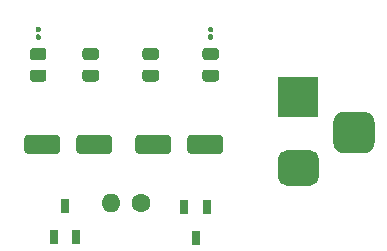
<source format=gbr>
%TF.GenerationSoftware,KiCad,Pcbnew,(5.1.10)-1*%
%TF.CreationDate,2021-09-02T17:40:54+03:00*%
%TF.ProjectId,Multivibrator,4d756c74-6976-4696-9272-61746f722e6b,rev?*%
%TF.SameCoordinates,Original*%
%TF.FileFunction,Soldermask,Top*%
%TF.FilePolarity,Negative*%
%FSLAX46Y46*%
G04 Gerber Fmt 4.6, Leading zero omitted, Abs format (unit mm)*
G04 Created by KiCad (PCBNEW (5.1.10)-1) date 2021-09-02 17:40:54*
%MOMM*%
%LPD*%
G01*
G04 APERTURE LIST*
%ADD10O,1.600000X1.600000*%
%ADD11C,1.600000*%
%ADD12R,0.650000X1.220000*%
%ADD13R,3.500000X3.500000*%
G04 APERTURE END LIST*
D10*
%TO.C,J3*%
X145224500Y-70104000D03*
D11*
X147764500Y-70104000D03*
%TD*%
%TO.C,C2*%
G36*
G01*
X150303000Y-64601000D02*
X150303000Y-65701000D01*
G75*
G02*
X150053000Y-65951000I-250000J0D01*
G01*
X147553000Y-65951000D01*
G75*
G02*
X147303000Y-65701000I0J250000D01*
G01*
X147303000Y-64601000D01*
G75*
G02*
X147553000Y-64351000I250000J0D01*
G01*
X150053000Y-64351000D01*
G75*
G02*
X150303000Y-64601000I0J-250000D01*
G01*
G37*
G36*
G01*
X154703000Y-64601000D02*
X154703000Y-65701000D01*
G75*
G02*
X154453000Y-65951000I-250000J0D01*
G01*
X151953000Y-65951000D01*
G75*
G02*
X151703000Y-65701000I0J250000D01*
G01*
X151703000Y-64601000D01*
G75*
G02*
X151953000Y-64351000I250000J0D01*
G01*
X154453000Y-64351000D01*
G75*
G02*
X154703000Y-64601000I0J-250000D01*
G01*
G37*
%TD*%
D12*
%TO.C,Q2*%
X152400000Y-73065000D03*
X151450000Y-70445000D03*
X153350000Y-70445000D03*
%TD*%
%TO.C,Q1*%
X141351000Y-70381500D03*
X142301000Y-73001500D03*
X140401000Y-73001500D03*
%TD*%
%TO.C,C1*%
G36*
G01*
X142305000Y-65701000D02*
X142305000Y-64601000D01*
G75*
G02*
X142555000Y-64351000I250000J0D01*
G01*
X145055000Y-64351000D01*
G75*
G02*
X145305000Y-64601000I0J-250000D01*
G01*
X145305000Y-65701000D01*
G75*
G02*
X145055000Y-65951000I-250000J0D01*
G01*
X142555000Y-65951000D01*
G75*
G02*
X142305000Y-65701000I0J250000D01*
G01*
G37*
G36*
G01*
X137905000Y-65701000D02*
X137905000Y-64601000D01*
G75*
G02*
X138155000Y-64351000I250000J0D01*
G01*
X140655000Y-64351000D01*
G75*
G02*
X140905000Y-64601000I0J-250000D01*
G01*
X140905000Y-65701000D01*
G75*
G02*
X140655000Y-65951000I-250000J0D01*
G01*
X138155000Y-65951000D01*
G75*
G02*
X137905000Y-65701000I0J250000D01*
G01*
G37*
%TD*%
%TO.C,J1*%
G36*
G01*
X166674500Y-65900500D02*
X164924500Y-65900500D01*
G75*
G02*
X164049500Y-65025500I0J875000D01*
G01*
X164049500Y-63275500D01*
G75*
G02*
X164924500Y-62400500I875000J0D01*
G01*
X166674500Y-62400500D01*
G75*
G02*
X167549500Y-63275500I0J-875000D01*
G01*
X167549500Y-65025500D01*
G75*
G02*
X166674500Y-65900500I-875000J0D01*
G01*
G37*
G36*
G01*
X162099500Y-68650500D02*
X160099500Y-68650500D01*
G75*
G02*
X159349500Y-67900500I0J750000D01*
G01*
X159349500Y-66400500D01*
G75*
G02*
X160099500Y-65650500I750000J0D01*
G01*
X162099500Y-65650500D01*
G75*
G02*
X162849500Y-66400500I0J-750000D01*
G01*
X162849500Y-67900500D01*
G75*
G02*
X162099500Y-68650500I-750000J0D01*
G01*
G37*
D13*
X161099500Y-61150500D03*
%TD*%
%TO.C,R4*%
G36*
G01*
X153219998Y-58820000D02*
X154120002Y-58820000D01*
G75*
G02*
X154370000Y-59069998I0J-249998D01*
G01*
X154370000Y-59595002D01*
G75*
G02*
X154120002Y-59845000I-249998J0D01*
G01*
X153219998Y-59845000D01*
G75*
G02*
X152970000Y-59595002I0J249998D01*
G01*
X152970000Y-59069998D01*
G75*
G02*
X153219998Y-58820000I249998J0D01*
G01*
G37*
G36*
G01*
X153219998Y-56995000D02*
X154120002Y-56995000D01*
G75*
G02*
X154370000Y-57244998I0J-249998D01*
G01*
X154370000Y-57770002D01*
G75*
G02*
X154120002Y-58020000I-249998J0D01*
G01*
X153219998Y-58020000D01*
G75*
G02*
X152970000Y-57770002I0J249998D01*
G01*
X152970000Y-57244998D01*
G75*
G02*
X153219998Y-56995000I249998J0D01*
G01*
G37*
%TD*%
%TO.C,R5*%
G36*
G01*
X148139998Y-58820000D02*
X149040002Y-58820000D01*
G75*
G02*
X149290000Y-59069998I0J-249998D01*
G01*
X149290000Y-59595002D01*
G75*
G02*
X149040002Y-59845000I-249998J0D01*
G01*
X148139998Y-59845000D01*
G75*
G02*
X147890000Y-59595002I0J249998D01*
G01*
X147890000Y-59069998D01*
G75*
G02*
X148139998Y-58820000I249998J0D01*
G01*
G37*
G36*
G01*
X148139998Y-56995000D02*
X149040002Y-56995000D01*
G75*
G02*
X149290000Y-57244998I0J-249998D01*
G01*
X149290000Y-57770002D01*
G75*
G02*
X149040002Y-58020000I-249998J0D01*
G01*
X148139998Y-58020000D01*
G75*
G02*
X147890000Y-57770002I0J249998D01*
G01*
X147890000Y-57244998D01*
G75*
G02*
X148139998Y-56995000I249998J0D01*
G01*
G37*
%TD*%
%TO.C,R2*%
G36*
G01*
X143059998Y-58820000D02*
X143960002Y-58820000D01*
G75*
G02*
X144210000Y-59069998I0J-249998D01*
G01*
X144210000Y-59595002D01*
G75*
G02*
X143960002Y-59845000I-249998J0D01*
G01*
X143059998Y-59845000D01*
G75*
G02*
X142810000Y-59595002I0J249998D01*
G01*
X142810000Y-59069998D01*
G75*
G02*
X143059998Y-58820000I249998J0D01*
G01*
G37*
G36*
G01*
X143059998Y-56995000D02*
X143960002Y-56995000D01*
G75*
G02*
X144210000Y-57244998I0J-249998D01*
G01*
X144210000Y-57770002D01*
G75*
G02*
X143960002Y-58020000I-249998J0D01*
G01*
X143059998Y-58020000D01*
G75*
G02*
X142810000Y-57770002I0J249998D01*
G01*
X142810000Y-57244998D01*
G75*
G02*
X143059998Y-56995000I249998J0D01*
G01*
G37*
%TD*%
%TO.C,R1*%
G36*
G01*
X138614998Y-58820000D02*
X139515002Y-58820000D01*
G75*
G02*
X139765000Y-59069998I0J-249998D01*
G01*
X139765000Y-59595002D01*
G75*
G02*
X139515002Y-59845000I-249998J0D01*
G01*
X138614998Y-59845000D01*
G75*
G02*
X138365000Y-59595002I0J249998D01*
G01*
X138365000Y-59069998D01*
G75*
G02*
X138614998Y-58820000I249998J0D01*
G01*
G37*
G36*
G01*
X138614998Y-56995000D02*
X139515002Y-56995000D01*
G75*
G02*
X139765000Y-57244998I0J-249998D01*
G01*
X139765000Y-57770002D01*
G75*
G02*
X139515002Y-58020000I-249998J0D01*
G01*
X138614998Y-58020000D01*
G75*
G02*
X138365000Y-57770002I0J249998D01*
G01*
X138365000Y-57244998D01*
G75*
G02*
X138614998Y-56995000I249998J0D01*
G01*
G37*
%TD*%
%TO.C,D2*%
G36*
G01*
X153770000Y-55663000D02*
X153570000Y-55663000D01*
G75*
G02*
X153470000Y-55563000I0J100000D01*
G01*
X153470000Y-55303000D01*
G75*
G02*
X153570000Y-55203000I100000J0D01*
G01*
X153770000Y-55203000D01*
G75*
G02*
X153870000Y-55303000I0J-100000D01*
G01*
X153870000Y-55563000D01*
G75*
G02*
X153770000Y-55663000I-100000J0D01*
G01*
G37*
G36*
G01*
X153770000Y-56303000D02*
X153570000Y-56303000D01*
G75*
G02*
X153470000Y-56203000I0J100000D01*
G01*
X153470000Y-55943000D01*
G75*
G02*
X153570000Y-55843000I100000J0D01*
G01*
X153770000Y-55843000D01*
G75*
G02*
X153870000Y-55943000I0J-100000D01*
G01*
X153870000Y-56203000D01*
G75*
G02*
X153770000Y-56303000I-100000J0D01*
G01*
G37*
%TD*%
%TO.C,D1*%
G36*
G01*
X139165000Y-55663000D02*
X138965000Y-55663000D01*
G75*
G02*
X138865000Y-55563000I0J100000D01*
G01*
X138865000Y-55303000D01*
G75*
G02*
X138965000Y-55203000I100000J0D01*
G01*
X139165000Y-55203000D01*
G75*
G02*
X139265000Y-55303000I0J-100000D01*
G01*
X139265000Y-55563000D01*
G75*
G02*
X139165000Y-55663000I-100000J0D01*
G01*
G37*
G36*
G01*
X139165000Y-56303000D02*
X138965000Y-56303000D01*
G75*
G02*
X138865000Y-56203000I0J100000D01*
G01*
X138865000Y-55943000D01*
G75*
G02*
X138965000Y-55843000I100000J0D01*
G01*
X139165000Y-55843000D01*
G75*
G02*
X139265000Y-55943000I0J-100000D01*
G01*
X139265000Y-56203000D01*
G75*
G02*
X139165000Y-56303000I-100000J0D01*
G01*
G37*
%TD*%
M02*

</source>
